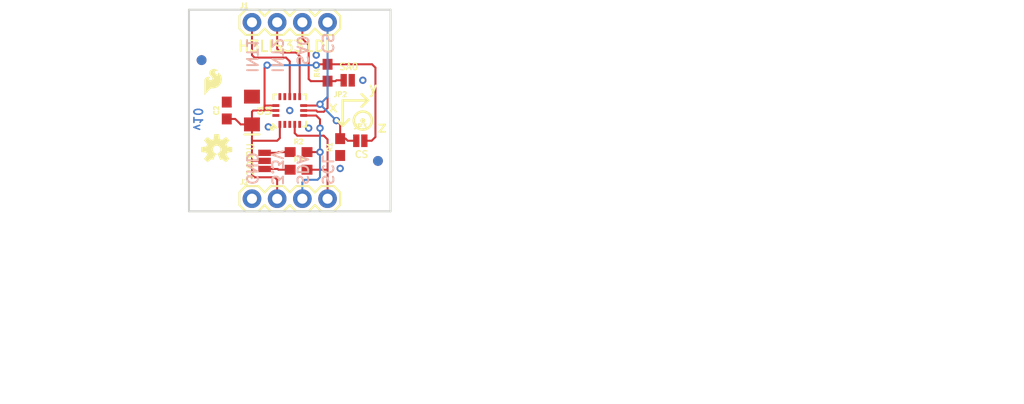
<source format=kicad_pcb>
(kicad_pcb (version 20211014) (generator pcbnew)
  (layers (0 "F.Cu" signal) (1 "In1.Cu" signal) (2 "In2.Cu" signal) (31 "B.Cu" signal) (34 "B.Paste" user) (35 "F.Paste" user) (36 "B.SilkS" user "B.Silkscreen") (37 "F.SilkS" user "F.Silkscreen") (38 "B.Mask" user) (39 "F.Mask" user) (44 "Edge.Cuts" user))
  (net 0 "")
  (net 1 "CS")
  (net 2 "INT1")
  (net 3 "INT2")
  (net 4 "SDA")
  (net 5 "SCL")
  (net 6 "GND")
  (net 7 "SA0")
  (net 8 "3.3V")
  (net 9 "N$1")
  (net 10 "N$2")
  (footprint "boardEagle:STAND-OFF" (layer "F.Cu") (at 140.8811 97.3836)
    (fp_text reference "JP11" hide)
    (fp_text value "STAND-OFF" hide)
    (pad "" np_thru_hole circle (at 0 0) (size 3.302 3.302) (drill 3.302) (layers *.Cu *.Mask))
  )
  (footprint "boardEagle:0603" (layer "F.Cu") (at 152.3111 101.1936 90)
    (fp_text reference "R4" (at 0 -0.762 90) (layer "F.SilkS") (effects (font (size 0.48768 0.48768) (thickness 0.12192)) (justify bottom)))
    (fp_text value "10k")
    (pad "1" smd rect (at -0.85 0 90) (size 1.1 1) (layers "F.Cu" "F.Paste" "F.Mask") (net 7 "SA0"))
    (pad "2" smd rect (at 0.85 0 90) (size 1.1 1) (layers "F.Cu" "F.Paste" "F.Mask") (net 8 "3.3V"))
  )
  (footprint "boardEagle:0603" (layer "F.Cu") (at 142.1511 105.0036 90)
    (fp_text reference "C2" (at 0 -0.762 90) (layer "F.SilkS") (effects (font (size 0.48768 0.48768) (thickness 0.12192)) (justify bottom)))
    (fp_text value "0.1uF")
    (pad "1" smd rect (at -0.85 0 90) (size 1.1 1) (layers "F.Cu" "F.Paste" "F.Mask") (net 8 "3.3V"))
    (pad "2" smd rect (at 0.85 0 90) (size 1.1 1) (layers "F.Cu" "F.Paste" "F.Mask") (net 6 "GND"))
  )
  (footprint "boardEagle:EIA3216" (layer "F.Cu") (at 144.6911 105.0036 -90)
    (fp_text reference "C1" (at 0 -1.143 -90) (layer "F.SilkS") (effects (font (size 0.48768 0.48768) (thickness 0.12192)) (justify bottom)))
    (fp_text value "10uF")
    (fp_line (start 2.413 -0.762) (end 2.413 0.762) (layer "F.SilkS") (width 0.2032))
    (pad "+" smd rect (at 1.4 0) (size 1.6 1.4) (layers "F.Cu" "F.Paste" "F.Mask") (net 8 "3.3V"))
    (pad "-" smd rect (at -1.4 0) (size 1.6 1.4) (layers "F.Cu" "F.Paste" "F.Mask") (net 6 "GND"))
  )
  (footprint "boardEagle:SMT-JUMPER_3_2-NC_PASTE_NO-SILK" (layer "F.Cu") (at 145.9611 110.0836 90)
    (fp_text reference "JP1" (at 0 -1.143 90) (layer "F.SilkS") (effects (font (size 0.48768 0.48768) (thickness 0.12192)) (justify bottom)))
    (fp_text value "JUMPER-SMT_3_2-NC_PASTE_NO-SILK")
    (pad "1" smd rect (at -0.8128 0 90) (size 0.635 1.27) (layers "F.Cu" "F.Mask") (net 9 "N$1"))
    (pad "2" smd rect (at 0 0 90) (size 0.635 1.27) (layers "F.Cu" "F.Mask") (net 8 "3.3V"))
    (pad "3" smd rect (at 0.8128 0 90) (size 0.635 1.27) (layers "F.Cu" "F.Mask") (net 10 "N$2"))
  )
  (footprint "boardEagle:SMT-JUMPER_2_NC_PASTE_NO-SILK" (layer "F.Cu") (at 155.6131 108.0516)
    (fp_text reference "JP3" (at 0 -1.143) (layer "F.SilkS") (effects (font (size 0.48768 0.48768) (thickness 0.12192)) (justify bottom)))
    (fp_text value "JUMPER-SMT_2_NC_PASTE_NO-SILK")
    (pad "1" smd rect (at -0.4064 0) (size 0.635 1.27) (layers "F.Cu" "F.Mask") (net 1 "CS"))
    (pad "2" smd rect (at 0.4064 0) (size 0.635 1.27) (layers "F.Cu" "F.Mask") (net 8 "3.3V"))
  )
  (footprint "boardEagle:1X04" (layer "F.Cu") (at 144.6911 96.1136)
    (fp_text reference "J1" (at -1.27 -1.397) (layer "F.SilkS") (effects (font (size 0.48768 0.48768) (thickness 0.12192)) (justify left bottom)))
    (fp_text value "")
    (fp_line (start 3.81 0.635) (end 3.175 1.27) (layer "F.SilkS") (width 0.2032))
    (fp_line (start 1.905 1.27) (end 1.27 0.635) (layer "F.SilkS") (width 0.2032))
    (fp_line (start 3.175 1.27) (end 1.905 1.27) (layer "F.SilkS") (width 0.2032))
    (fp_line (start 8.255 1.27) (end 6.985 1.27) (layer "F.SilkS") (width 0.2032))
    (fp_line (start 1.905 -1.27) (end 3.175 -1.27) (layer "F.SilkS") (width 0.2032))
    (fp_line (start 8.89 0.635) (end 8.255 1.27) (layer "F.SilkS") (width 0.2032))
    (fp_line (start 1.27 0.635) (end 0.635 1.27) (layer "F.SilkS") (width 0.2032))
    (fp_line (start 0.635 -1.27) (end 1.27 -0.635) (layer "F.SilkS") (width 0.2032))
    (fp_line (start 6.985 -1.27) (end 6.35 -0.635) (layer "F.SilkS") (width 0.2032))
    (fp_line (start 4.445 -1.27) (end 5.715 -1.27) (layer "F.SilkS") (width 0.2032))
    (fp_line (start 6.985 -1.27) (end 8.255 -1.27) (layer "F.SilkS") (width 0.2032))
    (fp_line (start 5.715 -1.27) (end 6.35 -0.635) (layer "F.SilkS") (width 0.2032))
    (fp_line (start 6.35 0.635) (end 5.715 1.27) (layer "F.SilkS") (width 0.2032))
    (fp_line (start 8.255 -1.27) (end 8.89 -0.635) (layer "F.SilkS") (width 0.2032))
    (fp_line (start 5.715 1.27) (end 4.445 1.27) (layer "F.SilkS") (width 0.2032))
    (fp_line (start 0.635 1.27) (end -0.635 1.27) (layer "F.SilkS") (width 0.2032))
    (fp_line (start 6.35 0.635) (end 6.985 1.27) (layer "F.SilkS") (width 0.2032))
    (fp_line (start 4.445 1.27) (end 3.81 0.635) (layer "F.SilkS") (width 0.2032))
    (fp_line (start 3.81 -0.635) (end 4.445 -1.27) (layer "F.SilkS") (width 0.2032))
    (fp_line (start -1.27 0.635) (end -0.635 1.27) (layer "F.SilkS") (width 0.2032))
    (fp_line (start 8.89 -0.635) (end 8.89 0.635) (layer "F.SilkS") (width 0.2032))
    (fp_line (start -0.635 -1.27) (end -1.27 -0.635) (layer "F.SilkS") (width 0.2032))
    (fp_line (start 1.27 -0.635) (end 1.905 -1.27) (layer "F.SilkS") (width 0.2032))
    (fp_line (start -0.635 -1.27) (end 0.635 -1.27) (layer "F.SilkS") (width 0.2032))
    (fp_line (start 3.175 -1.27) (end 3.81 -0.635) (layer "F.SilkS") (width 0.2032))
    (fp_line (start -1.27 -0.635) (end -1.27 0.635) (layer "F.SilkS") (width 0.2032))
    (pad "1" thru_hole circle (at 0 0 90) (size 1.8796 1.8796) (drill 1.016) (layers *.Cu *.Mask) (net 2 "INT1"))
    (pad "2" thru_hole circle (at 2.54 0 90) (size 1.8796 1.8796) (drill 1.016) (layers *.Cu *.Mask) (net 3 "INT2"))
    (pad "3" thru_hole circle (at 5.08 0 90) (size 1.8796 1.8796) (drill 1.016) (layers *.Cu *.Mask) (net 7 "SA0"))
    (pad "4" thru_hole circle (at 7.62 0 90) (size 1.8796 1.8796) (drill 1.016) (layers *.Cu *.Mask) (net 1 "CS"))
  )
  (footprint "boardEagle:FIDUCIAL-1X2" (layer "F.Cu") (at 139.6111 99.9236)
    (fp_text reference "JP4" hide)
    (fp_text value "FIDUCIAL1X2" hide)
    (pad "1" smd roundrect (at 0 0) (size 1 1) (layers "F.Cu" "F.Mask") (roundrect_rratio 0.5))
  )
  (footprint "boardEagle:STAND-OFF" (layer "F.Cu") (at 140.8811 112.6236)
    (fp_text reference "JP9" hide)
    (fp_text value "STAND-OFF" hide)
    (pad "" np_thru_hole circle (at 0 0) (size 3.302 3.302) (drill 3.302) (layers *.Cu *.Mask))
  )
  (footprint "boardEagle:SFE_LOGO_FLAME_.1" (layer "F.Cu") (at 139.6111 103.7336)
    (fp_text reference "LOGO1" hide)
    (fp_text value "SFE_LOGO_FLAME.1_INCH" hide)
    (fp_poly (pts (xy 1.412844 -2.906175) (xy 1.560112 -2.832541) (xy 1.605026 -2.798855) (xy 1.681982 -2.7219) (xy 1.571006 -2.7219) (xy 1.551005 -2.7319) (xy 1.504689 -2.7319) (xy 1.468361 -2.722818) (xy 1.422477 -2.713641) (xy 1.39011 -2.697457) (xy 1.358081 -2.673436) (xy 1.343019 -2.650843) (xy 1.335288 -2.635381) (xy 1.3281 -2.613817) (xy 1.3281 -2.564689) (xy 1.335361 -2.535643) (xy 1.369607 -2.484275) (xy 1.425028 -2.428854) (xy 1.462016 -2.401113) (xy 1.489157 -2.383019) (xy 1.523301 -2.365947) (xy 1.594689 -2.3481) (xy 1.613817 -2.3481) (xy 1.629419 -2.353301) (xy 1.648687 -2.372569) (xy 1.654712 -2.384619) (xy 1.6619 -2.406183) (xy 1.6619 -2.558742) (xy 1.804838 -2.469406) (xy 1.890505 -2.373031) (xy 1.964662 -2.256498) (xy 2.016968 -2.099579) (xy 2.048309 -1.932428) (xy 2.037811 -1.753974) (xy 1.985628 -1.555678) (xy 1.881878 -1.368928) (xy 1.808618 -1.274737) (xy 1.726044 -1.192162) (xy 1.642524 -1.119083) (xy 1.536984 -1.055759) (xy 1.432127 -1.013816) (xy 1.318165 -0.982735) (xy 1.193153 -0.9619) (xy 1.003156 -0.9619) (xy 0.953397 -0.953607) (xy 0.863627 -0.899745) (xy 0.767974 -0.804092) (xy 0.647975 -0.664094) (xy 0.528159 -0.544277) (xy 0.478163 -0.484281) (xy 0.430255 -0.436373) (xy 0.400257 -0.386376) (xy 0.2819 -0.268018) (xy 0.2819 -1.732372) (xy 0.292559 -1.817641) (xy 0.314746 -1.895296) (xy 0.380852 -2.005474) (xy 0.436664 -2.050123) (xy 0.481171 -2.083503) (xy 0.539098 -2.106674) (xy 0.59313 -2.117481) (xy 0.656847 -2.1281) (xy 0.788994 -2.1281) (xy 0.884319 -2.080438) (xy 0.832569 -2.028687) (xy 0.784617 -2.004711) (xy 0.760581 -1.996699) (xy 0.713301 -1.949419) (xy 0.7081 -1.933817) (xy 0.7081 -1.906183) (xy 0.714532 -1.886888) (xy 0.729607 -1.864275) (xy 0.781412 -1.81247) (xy 0.820903 -1.796674) (xy 0.863772 -1.7881) (xy 0.935311 -1.7881) (xy 1.004357 -1.805361) (xy 1.053944 -1.83842) (xy 1.086004 -1.878495) (xy 1.1019 -1.926183) (xy 1.1019 -1.983091) (xy 1.077224 -2.048894) (xy 1.012268 -2.113851) (xy 0.931425 -2.204799) (xy 0.858661 -2.287958) (xy 0.804008 -2.386334) (xy 0.7819 -2.485818) (xy 0.7819 -2.576183) (xy 0.815289 -2.676349) (xy 0.871274 -2.765925) (xy 0.969046 -2.84197) (xy 1.087145 -2.906387) (xy 1.206565 -2.9281) (xy 1.314182 -2.9281)) (layer "F.SilkS") (width 0) (fill solid))
  )
  (footprint "boardEagle:0603" (layer "F.Cu") (at 149.3901 110.9726)
    (fp_text reference "R3" (at 0 -0.762) (layer "F.SilkS") (effects (font (size 0.48768 0.48768) (thickness 0.12192)) (justify bottom)))
    (fp_text value "4.7k")
    (pad "1" smd rect (at -0.85 0) (size 1.1 1) (layers "F.Cu" "F.Paste" "F.Mask") (net 9 "N$1"))
    (pad "2" smd rect (at 0.85 0) (size 1.1 1) (layers "F.Cu" "F.Paste" "F.Mask") (net 5 "SCL"))
  )
  (footprint "boardEagle:STAND-OFF" (layer "F.Cu") (at 156.1211 112.6236)
    (fp_text reference "JP8" hide)
    (fp_text value "STAND-OFF" hide)
    (pad "" np_thru_hole circle (at 0 0) (size 3.302 3.302) (drill 3.302) (layers *.Cu *.Mask))
  )
  (footprint "boardEagle:CREATIVE_COMMONS" (layer "F.Cu") (at 139.6111 134.2136)
    (fp_text reference "FRAME1" hide)
    (fp_text value "FRAME-LETTER" hide)
  )
  (footprint "boardEagle:0603" (layer "F.Cu") (at 149.3901 109.1946)
    (fp_text reference "R2" (at 0 -0.762) (layer "F.SilkS") (effects (font (size 0.48768 0.48768) (thickness 0.12192)) (justify bottom)))
    (fp_text value "4.7k")
    (pad "1" smd rect (at -0.85 0) (size 1.1 1) (layers "F.Cu" "F.Paste" "F.Mask") (net 10 "N$2"))
    (pad "2" smd rect (at 0.85 0) (size 1.1 1) (layers "F.Cu" "F.Paste" "F.Mask") (net 4 "SDA"))
  )
  (footprint "boardEagle:FIDUCIAL-1X2" (layer "F.Cu") (at 157.3911 110.0836)
    (fp_text reference "JP6" hide)
    (fp_text value "FIDUCIAL1X2" hide)
    (pad "1" smd roundrect (at 0 0) (size 1 1) (layers "F.Cu" "F.Mask") (roundrect_rratio 0.5))
  )
  (footprint "boardEagle:LGA-16-3X3" (layer "F.Cu") (at 148.5011 105.0036 90)
    (fp_text reference "U1" (at 0 -1.905 90) (layer "F.SilkS") (effects (font (size 0.48768 0.48768) (thickness 0.12192)) (justify bottom)))
    (fp_text value "H3LIS331DL")
    (fp_line (start -1.627 1.6524) (end -1.119 1.6524) (layer "F.SilkS") (width 0.2032))
    (fp_line (start 1.6242 -1.6496) (end 1.6242 -1.3694) (layer "F.SilkS") (width 0.2032))
    (fp_line (start 1.6242 1.3722) (end 1.6242 1.6524) (layer "F.SilkS") (width 0.2032))
    (fp_line (start 1.1162 1.6524) (end 1.6242 1.6524) (layer "F.SilkS") (width 0.2032))
    (fp_line (start -1.627 1.3722) (end -1.627 1.6524) (layer "F.SilkS") (width 0.2032))
    (fp_line (start -1.7278 -1.3694) (end -1.3722 -1.725) (layer "F.SilkS") (width 0.2032))
    (fp_line (start 1.1162 -1.6496) (end 1.6242 -1.6496) (layer "F.SilkS") (width 0.2032))
    (fp_circle (center -1.778 -1.778) (end -1.651 -1.778) (layer "F.SilkS") (width 0.254) (fill solid))
    (pad "1" smd rect (at -1.4 -1 270) (size 0.7 0.28) (layers "F.Cu" "F.Paste" "F.Mask") (net 8 "3.3V"))
    (pad "2" smd rect (at -1.4 -0.5 90) (size 0.7 0.28) (layers "F.Cu" "F.Paste" "F.Mask"))
    (pad "3" smd rect (at -1.4 0 90) (size 0.7 0.28) (layers "F.Cu" "F.Paste" "F.Mask"))
    (pad "4" smd rect (at -1.4 0.5 90) (size 0.7 0.28) (layers "F.Cu" "F.Paste" "F.Mask") (net 5 "SCL"))
    (pad "5" smd rect (at -1.4 1 270) (size 0.7 0.28) (layers "F.Cu" "F.Paste" "F.Mask") (net 6 "GND"))
    (pad "6" smd rect (at -0.5 1.4 180) (size 0.7 0.28) (layers "F.Cu" "F.Paste" "F.Mask") (net 4 "SDA"))
    (pad "7" smd rect (at 0 1.4 180) (size 0.7 0.28) (layers "F.Cu" "F.Paste" "F.Mask") (net 7 "SA0"))
    (pad "8" smd rect (at 0.5 1.4 180) (size 0.7 0.28) (layers "F.Cu" "F.Paste" "F.Mask") (net 1 "CS"))
    (pad "9" smd rect (at 1.4 1 270) (size 0.7 0.28) (layers "F.Cu" "F.Paste" "F.Mask") (net 3 "INT2"))
    (pad "10" smd rect (at 1.4 0.5 270) (size 0.7 0.28) (layers "F.Cu" "F.Paste" "F.Mask") (net 6 "GND"))
    (pad "11" smd rect (at 1.4 0 270) (size 0.7 0.28) (layers "F.Cu" "F.Paste" "F.Mask") (net 2 "INT1"))
    (pad "12" smd rect (at 1.4 -0.5 270) (size 0.7 0.28) (layers "F.Cu" "F.Paste" "F.Mask") (net 6 "GND"))
    (pad "13" smd rect (at 1.4 -1 270) (size 0.7 0.28) (layers "F.Cu" "F.Paste" "F.Mask") (net 6 "GND"))
    (pad "14" smd rect (at 0.5 -1.4) (size 0.7 0.28) (layers "F.Cu" "F.Paste" "F.Mask") (net 8 "3.3V"))
    (pad "15" smd rect (at 0 -1.4) (size 0.7 0.28) (layers "F.Cu" "F.Paste" "F.Mask") (net 8 "3.3V"))
    (pad "16" smd rect (at -0.5 -1.4) (size 0.7 0.28) (layers "F.Cu" "F.Paste" "F.Mask") (net 6 "GND"))
  )
  (footprint "boardEagle:OSHW-LOGO-S" (layer "F.Cu") (at 141.1351 108.9406)
    (fp_text reference "LOGO2" hide)
    (fp_text value "OSHW-LOGOS" hide)
    (fp_poly (pts (xy 0.301647 -1.061351) (xy 0.42347 -1.022344) (xy 0.537177 -0.963769) (xy 0.92862 -1.282946) (xy 1.282946 -0.92862) (xy 0.961035 -0.533823) (xy 1.057046 -0.302084) (xy 1.5638 -0.250561) (xy 1.5638 0.250561) (xy 1.057046 0.302084) (xy 0.961035 0.533823) (xy 1.282946 0.92862) (xy 0.92862 1.282946) (xy 0.537177 0.96377) (xy 0.356601 1.056794) (xy 0.088679 0.410073) (xy 0.326262 0.2176) (xy 0.373649 0.121468) (xy 0.392729 0.010339) (xy 0.379464 -0.101634) (xy 0.334947 -0.205229) (xy 0.262842 -0.291918) (xy 0.169087 -0.354561) (xy 0.061406 -0.387999) (xy -0.051342 -0.38948) (xy -0.159868 -0.358881) (xy -0.255234 -0.298724) (xy -0.329589 -0.213962) (xy -0.376813 -0.111569) (xy -0.392176 -0.005767) (xy -0.322923 0.222565) (xy -0.249312 0.303773) (xy 0.091677 0.5081) (xy -0.12929 0.5081) (xy -0.355332 1.053732) (xy -0.506597 0.983577) (xy -0.538922 0.965192) (xy -0.92862 1.282946) (xy -1.282946 0.92862) (xy -0.961035 0.533823) (xy -1.057046 0.302084) (xy -1.5638 0.250561) (xy -1.5638 -0.250561) (xy -1.057046 -0.302084) (xy -0.961035 -0.533823) (xy -1.282946 -0.92862) (xy -0.92862 -1.282946) (xy -0.533823 -0.961035) (xy -0.302084 -1.057046) (xy -0.250561 -1.5638) (xy 0.250561 -1.5638)) (layer "F.SilkS") (width 0) (fill solid))
  )
  (footprint "boardEagle:0603" (layer "F.Cu") (at 153.5811 108.6866 90)
    (fp_text reference "R1" (at 0 -0.762 90) (layer "F.SilkS") (effects (font (size 0.48768 0.48768) (thickness 0.12192)) (justify bottom)))
    (fp_text value "10k")
    (pad "1" smd rect (at -0.85 0 90) (size 1.1 1) (layers "F.Cu" "F.Paste" "F.Mask") (net 6 "GND"))
    (pad "2" smd rect (at 0.85 0 90) (size 1.1 1) (layers "F.Cu" "F.Paste" "F.Mask") (net 1 "CS"))
  )
  (footprint "boardEagle:SMT-JUMPER_2_NO_NO-SILK" (layer "F.Cu") (at 154.3431 101.9556 180)
    (fp_text reference "JP2" (at 0 -1.143 180) (layer "F.SilkS") (effects (font (size 0.48768 0.48768) (thickness 0.12192)) (justify right top)))
    (fp_text value "JUMPER-SMT_2_NO_NO-SILK")
    (pad "1" smd rect (at -0.4064 0 180) (size 0.635 1.27) (layers "F.Cu" "F.Mask") (net 6 "GND"))
    (pad "2" smd rect (at 0.4064 0 180) (size 0.635 1.27) (layers "F.Cu" "F.Mask") (net 7 "SA0"))
  )
  (footprint "boardEagle:1X04" (layer "F.Cu") (at 144.6911 113.8936)
    (fp_text reference "J2" (at -1.27 -1.397) (layer "F.SilkS") (effects (font (size 0.48768 0.48768) (thickness 0.12192)) (justify left bottom)))
    (fp_text value "")
    (fp_line (start 4.445 -1.27) (end 5.715 -1.27) (layer "F.SilkS") (width 0.2032))
    (fp_line (start 0.635 -1.27) (end 1.27 -0.635) (layer "F.SilkS") (width 0.2032))
    (fp_line (start 1.27 -0.635) (end 1.905 -1.27) (layer "F.SilkS") (width 0.2032))
    (fp_line (start 6.985 -1.27) (end 6.35 -0.635) (layer "F.SilkS") (width 0.2032))
    (fp_line (start 0.635 1.27) (end -0.635 1.27) (layer "F.SilkS") (width 0.2032))
    (fp_line (start 6.35 0.635) (end 6.985 1.27) (layer "F.SilkS") (width 0.2032))
    (fp_line (start 3.81 0.635) (end 3.175 1.27) (layer "F.SilkS") (width 0.2032))
    (fp_line (start 5.715 1.27) (end 4.445 1.27) (layer "F.SilkS") (width 0.2032))
    (fp_line (start 1.27 0.635) (end 0.635 1.27) (layer "F.SilkS") (width 0.2032))
    (fp_line (start -1.27 0.635) (end -0.635 1.27) (layer "F.SilkS") (width 0.2032))
    (fp_line (start 3.175 -1.27) (end 3.81 -0.635) (layer "F.SilkS") (width 0.2032))
    (fp_line (start 8.255 -1.27) (end 8.89 -0.635) (layer "F.SilkS") (width 0.2032))
    (fp_line (start 1.905 1.27) (end 1.27 0.635) (layer "F.SilkS") (width 0.2032))
    (fp_line (start 8.255 1.27) (end 6.985 1.27) (layer "F.SilkS") (width 0.2032))
    (fp_line (start 3.175 1.27) (end 1.905 1.27) (layer "F.SilkS") (width 0.2032))
    (fp_line (start 8.89 -0.635) (end 8.89 0.635) (layer "F.SilkS") (width 0.2032))
    (fp_line (start -0.635 -1.27) (end -1.27 -0.635) (layer "F.SilkS") (width 0.2032))
    (fp_line (start 4.445 1.27) (end 3.81 0.635) (layer "F.SilkS") (width 0.2032))
    (fp_line (start 6.35 0.635) (end 5.715 1.27) (layer "F.SilkS") (width 0.2032))
    (fp_line (start -1.27 -0.635) (end -1.27 0.635) (layer "F.SilkS") (width 0.2032))
    (fp_line (start 3.81 -0.635) (end 4.445 -1.27) (layer "F.SilkS") (width 0.2032))
    (fp_line (start 5.715 -1.27) (end 6.35 -0.635) (layer "F.SilkS") (width 0.2032))
    (fp_line (start 1.905 -1.27) (end 3.175 -1.27) (layer "F.SilkS") (width 0.2032))
    (fp_line (start 6.985 -1.27) (end 8.255 -1.27) (layer "F.SilkS") (width 0.2032))
    (fp_line (start 8.89 0.635) (end 8.255 1.27) (layer "F.SilkS") (width 0.2032))
    (fp_line (start -0.635 -1.27) (end 0.635 -1.27) (layer "F.SilkS") (width 0.2032))
    (pad "1" thru_hole circle (at 0 0 90) (size 1.8796 1.8796) (drill 1.016) (layers *.Cu *.Mask) (net 6 "GND"))
    (pad "2" thru_hole circle (at 2.54 0 90) (size 1.8796 1.8796) (drill 1.016) (layers *.Cu *.Mask) (net 8 "3.3V"))
    (pad "3" thru_hole circle (at 5.08 0 90) (size 1.8796 1.8796) (drill 1.016) (layers *.Cu *.Mask) (net 4 "SDA"))
    (pad "4" thru_hole circle (at 7.62 0 90) (size 1.8796 1.8796) (drill 1.016) (layers *.Cu *.Mask) (net 5 "SCL"))
  )
  (footprint "boardEagle:STAND-OFF" (layer "F.Cu") (at 156.1211 97.3836)
    (fp_text reference "JP10" hide)
    (fp_text value "STAND-OFF" hide)
    (pad "" np_thru_hole circle (at 0 0) (size 3.302 3.302) (drill 3.302) (layers *.Cu *.Mask))
  )
  (footprint "boardEagle:FIDUCIAL-1X2" (layer "B.Cu") (at 157.3911 110.0836 180)
    (fp_text reference "JP7" hide)
    (fp_text value "FIDUCIAL1X2" hide)
    (pad "1" smd roundrect (at 0 0 180) (size 1 1) (layers "B.Cu" "B.Mask") (roundrect_rratio 0.5))
  )
  (footprint "boardEagle:FIDUCIAL-1X2" (layer "B.Cu") (at 139.6111 99.9236 180)
    (fp_text reference "JP5" hide)
    (fp_text value "FIDUCIAL1X2" hide)
    (pad "1" smd roundrect (at 0 0 180) (size 1 1) (layers "B.Cu" "B.Mask") (roundrect_rratio 0.5))
  )
  (gr_circle (center 155.8671 106.0196) (end 156.7829 106.0196) (layer "F.SilkS") (width 0.254) (fill none))
  (gr_line (start 156.3751 103.9876) (end 155.7401 103.3526) (layer "F.SilkS") (width 0.254))
  (gr_line (start 153.8351 103.9876) (end 153.8351 106.5276) (layer "F.SilkS") (width 0.254))
  (gr_line (start 153.8351 103.9876) (end 156.3751 103.9876) (layer "F.SilkS") (width 0.254))
  (gr_line (start 153.8351 106.5276) (end 154.4701 105.8926) (layer "F.SilkS") (width 0.254))
  (gr_line (start 155.7401 104.6226) (end 156.3751 103.9876) (layer "F.SilkS") (width 0.254))
  (gr_circle (center 155.8671 106.0196) (end 155.9941 106.0196) (layer "F.SilkS") (width 0.254) (fill none))
  (gr_line (start 158.6611 115.1636) (end 158.6611 94.8436) (layer "F.SilkS") (width 0.2032))
  (gr_line (start 153.2001 105.8926) (end 153.8351 106.5276) (layer "F.SilkS") (width 0.254))
  (gr_line (start 138.3411 94.8436) (end 138.3411 115.1636) (layer "Edge.Cuts") (width 0.2032))
  (gr_line (start 138.3411 115.1636) (end 158.6611 115.1636) (layer "Edge.Cuts") (width 0.2032))
  (gr_line (start 158.6611 94.8436) (end 138.3411 94.8436) (layer "Edge.Cuts") (width 0.2032))
  (gr_line (start 158.6611 94.8436) (end 158.6611 115.1636) (layer "Edge.Cuts") (width 0.2032))
  (gr_text "v10" (at 139.7381 104.6226 -90) (layer "B.Cu") (effects (font (size 0.8636 0.8636) (thickness 0.1524)) (justify right top mirror)))
  (gr_text "SCL" (at 151.6761 112.6236 -90) (layer "B.SilkS") (effects (font (size 1.0795 1.0795) (thickness 0.1905)) (justify left bottom mirror)))
  (gr_text "CS" (at 151.6761 99.4156 -90) (layer "B.SilkS") (effects (font (size 1.0795 1.0795) (thickness 0.1905)) (justify left bottom mirror)))
  (gr_text "3.3V" (at 146.5961 112.6236 -90) (layer "B.SilkS") (effects (font (size 1.0795 1.0795) (thickness 0.1905)) (justify left bottom mirror)))
  (gr_text "SA0" (at 149.1361 100.5586 -90) (layer "B.SilkS") (effects (font (size 1.0795 1.0795) (thickness 0.1905)) (justify left bottom mirror)))
  (gr_text "INT1" (at 144.0561 101.3206 -90) (layer "B.SilkS") (effects (font (size 1.0795 1.0795) (thickness 0.1905)) (justify left bottom mirror)))
  (gr_text "SDA" (at 149.1361 112.6236 -90) (layer "B.SilkS") (effects (font (size 1.0795 1.0795) (thickness 0.1905)) (justify left bottom mirror)))
  (gr_text "INT2" (at 146.5961 101.3206 -90) (layer "B.SilkS") (effects (font (size 1.0795 1.0795) (thickness 0.1905)) (justify left bottom mirror)))
  (gr_text "GND" (at 144.0561 112.6236 -90) (layer "B.SilkS") (effects (font (size 1.0795 1.0795) (thickness 0.1905)) (justify left bottom mirror)))
  (gr_text "CS" (at 154.9781 109.8296) (layer "F.SilkS") (effects (font (size 0.69088 0.69088) (thickness 0.12192)) (justify left bottom)))
  (gr_text "x" (at 152.3111 105.2576) (layer "F.SilkS") (effects (font (size 1.0795 1.0795) (thickness 0.1905)) (justify left bottom)))
  (gr_text "SA0" (at 155.4861 100.1776) (layer "F.SilkS") (effects (font (size 0.69088 0.69088) (thickness 0.12192)) (justify right top)))
  (gr_text "y" (at 156.3751 103.3526) (layer "F.SilkS") (effects (font (size 1.0795 1.0795) (thickness 0.1905)) (justify left bottom)))
  (gr_text "z" (at 157.2641 107.2896) (layer "F.SilkS") (effects (font (size 1.0795 1.0795) (thickness 0.1905)) (justify left bottom)))
  (gr_text "H3LIS331DL" (at 143.1671 99.1616) (layer "F.SilkS") (effects (font (size 1.0795 1.0795) (thickness 0.1905)) (justify left bottom)))
  (gr_text "I2C PU" (at 144.9451 111.9886 90) (layer "F.SilkS") (effects (font (size 0.69088 0.69088) (thickness 0.12192)) (justify left bottom)))
  (segment (start 154.1281 107.8366) (end 154.3431 108.0516) (width 0.2032) (layer "F.Cu") (net 1))
  (segment (start 151.4141 104.5036) (end 151.5491 104.3686) (width 0.2032) (layer "F.Cu") (net 1))
  (segment (start 153.5811 106.4006) (end 153.2001 106.0196) (width 0.2032) (layer "F.Cu") (net 1))
  (segment (start 153.5811 107.8366) (end 153.5811 106.4006) (width 0.2032) (layer "F.Cu") (net 1))
  (segment (start 149.9011 104.5036) (end 151.4141 104.5036) (width 0.2032) (layer "F.Cu") (net 1))
  (segment (start 155.2067 108.0516) (end 154.3431 108.0516) (width 0.2032) (layer "F.Cu") (net 1))
  (segment (start 153.5811 107.8366) (end 154.1281 107.8366) (width 0.2032) (layer "F.Cu") (net 1))
  (via (at 153.2001 106.0196) (size 0.7366) (drill 0.381) (layers "F.Cu" "B.Cu") (net 1))
  (via (at 151.5491 104.3686) (size 0.7366) (drill 0.381) (layers "F.Cu" "B.Cu") (net 1))
  (segment (start 151.5491 104.3686) (end 152.3111 103.6066) (width 0.2032) (layer "B.Cu") (net 1))
  (segment (start 152.3111 103.6066) (end 152.3111 96.1136) (width 0.2032) (layer "B.Cu") (net 1))
  (segment (start 153.2001 106.0196) (end 151.5491 104.3686) (width 0.2032) (layer "B.Cu") (net 1))
  (segment (start 144.9451 99.6696) (end 144.6911 99.4156) (width 0.2032) (layer "F.Cu") (net 2))
  (segment (start 148.5011 100.0506) (end 148.1201 99.6696) (width 0.2032) (layer "F.Cu") (net 2))
  (segment (start 148.1201 99.6696) (end 144.9451 99.6696) (width 0.2032) (layer "F.Cu") (net 2))
  (segment (start 144.6911 99.4156) (end 144.6911 96.1136) (width 0.2032) (layer "F.Cu") (net 2))
  (segment (start 148.5011 103.6036) (end 148.5011 100.0506) (width 0.2032) (layer "F.Cu") (net 2))
  (segment (start 147.2311 98.7806) (end 147.2311 96.1136) (width 0.2032) (layer "F.Cu") (net 3))
  (segment (start 149.1361 99.1616) (end 147.6121 99.1616) (width 0.2032) (layer "F.Cu") (net 3))
  (segment (start 149.5011 99.5266) (end 149.1361 99.1616) (width 0.2032) (layer "F.Cu") (net 3))
  (segment (start 149.5011 103.6036) (end 149.5011 99.5266) (width 0.2032) (layer "F.Cu") (net 3))
  (segment (start 147.6121 99.1616) (end 147.2311 98.7806) (width 0.2032) (layer "F.Cu") (net 3))
  (segment (start 151.5491 105.8926) (end 151.1681 105.5116) (width 0.2032) (layer "F.Cu") (net 4))
  (segment (start 151.1681 105.5116) (end 149.9091 105.5116) (width 0.2032) (layer "F.Cu") (net 4))
  (segment (start 149.9091 105.5116) (end 149.9011 105.5036) (width 0.2032) (layer "F.Cu") (net 4))
  (segment (start 151.5491 106.7816) (end 151.5491 105.8926) (width 0.2032) (layer "F.Cu") (net 4))
  (segment (start 151.5491 109.1946) (end 150.2401 109.1946) (width 0.2032) (layer "F.Cu") (net 4))
  (via (at 151.5491 106.7816) (size 0.7366) (drill 0.381) (layers "F.Cu" "B.Cu") (net 4))
  (via (at 151.5491 109.1946) (size 0.7366) (drill 0.381) (layers "F.Cu" "B.Cu") (net 4))
  (segment (start 151.2951 111.9886) (end 151.5491 111.7346) (width 0.2032) (layer "B.Cu") (net 4))
  (segment (start 151.5491 109.1946) (end 151.5491 106.7816) (width 0.2032) (layer "B.Cu") (net 4))
  (segment (start 149.7711 113.8936) (end 149.7711 112.2426) (width 0.2032) (layer "B.Cu") (net 4))
  (segment (start 150.0251 111.9886) (end 151.2951 111.9886) (width 0.2032) (layer "B.Cu") (net 4))
  (segment (start 149.7711 112.2426) (end 150.0251 111.9886) (width 0.2032) (layer "B.Cu") (net 4))
  (segment (start 151.5491 111.7346) (end 151.5491 109.1946) (width 0.2032) (layer "B.Cu") (net 4))
  (segment (start 149.0011 106.4036) (end 149.0011 107.2816) (width 0.2032) (layer "F.Cu") (net 5))
  (segment (start 149.2631 107.5436) (end 149.0011 107.2816) (width 0.2032) (layer "F.Cu") (net 5))
  (segment (start 152.3111 107.9246) (end 151.9301 107.5436) (width 0.2032) (layer "F.Cu") (net 5))
  (segment (start 150.2401 110.9726) (end 152.3111 110.9726) (width 0.2032) (layer "F.Cu") (net 5))
  (segment (start 151.9301 107.5436) (end 149.2631 107.5436) (width 0.2032) (layer "F.Cu") (net 5))
  (segment (start 152.3111 110.9726) (end 152.3111 107.9246) (width 0.2032) (layer "F.Cu") (net 5))
  (segment (start 152.3111 113.8936) (end 152.3111 110.9726) (width 0.2032) (layer "F.Cu") (net 5))
  (via (at 146.3421 106.6546) (size 0.7366) (drill 0.381) (layers "F.Cu" "B.Cu") (net 6))
  (via (at 153.5811 110.8456) (size 0.7366) (drill 0.381) (layers "F.Cu" "B.Cu") (net 6))
  (via (at 155.8671 101.9556) (size 0.7366) (drill 0.381) (layers "F.Cu" "B.Cu") (net 6))
  (via (at 150.4061 106.7816) (size 0.7366) (drill 0.381) (layers "F.Cu" "B.Cu") (net 6))
  (via (at 151.1681 99.4156) (size 0.7366) (drill 0.381) (layers "F.Cu" "B.Cu") (net 6))
  (via (at 148.5011 105.0036) (size 0.7366) (drill 0.381) (layers "F.Cu" "B.Cu") (net 6))
  (segment (start 153.2001 101.9556) (end 153.9367 101.9556) (width 0.2032) (layer "F.Cu") (net 7))
  (segment (start 152.3111 102.0436) (end 153.1121 102.0436) (width 0.2032) (layer "F.Cu") (net 7))
  (segment (start 150.4061 98.3996) (end 149.7711 97.7646) (width 0.2032) (layer "F.Cu") (net 7))
  (segment (start 150.6211 102.0436) (end 150.4061 101.8286) (width 0.2032) (layer "F.Cu") (net 7))
  (segment (start 152.3111 104.7496) (end 152.3111 102.0436) (width 0.2032) (layer "F.Cu") (net 7))
  (segment (start 149.7711 97.7646) (end 149.7711 96.1136) (width 0.2032) (layer "F.Cu") (net 7))
  (segment (start 151.9301 105.1306) (end 152.3111 104.7496) (width 0.2032) (layer "F.Cu") (net 7))
  (segment (start 151.2951 105.1306) (end 151.9301 105.1306) (width 0.2032) (layer "F.Cu") (net 7))
  (segment (start 153.1121 102.0436) (end 153.2001 101.9556) (width 0.2032) (layer "F.Cu") (net 7))
  (segment (start 152.3111 102.0436) (end 150.6211 102.0436) (width 0.2032) (layer "F.Cu") (net 7))
  (segment (start 151.1681 105.0036) (end 151.2951 105.1306) (width 0.2032) (layer "F.Cu") (net 7))
  (segment (start 150.4061 101.8286) (end 150.4061 98.3996) (width 0.2032) (layer "F.Cu") (net 7))
  (segment (start 149.9011 105.0036) (end 151.1681 105.0036) (width 0.2032) (layer "F.Cu") (net 7))
  (segment (start 144.6911 106.4036) (end 144.6911 108.0516) (width 0.2032) (layer "F.Cu") (net 8))
  (segment (start 147.2311 108.0516) (end 144.6911 108.0516) (width 0.2032) (layer "F.Cu") (net 8))
  (segment (start 145.9611 110.0836) (end 144.6911 110.0836) (width 0.2032) (layer "F.Cu") (net 8))
  (segment (start 145.9611 104.4956) (end 145.9611 100.6856) (width 0.2032) (layer "F.Cu") (net 8))
  (segment (start 156.7951 100.3436) (end 157.1371 100.6856) (width 0.2032) (layer "F.Cu") (net 8))
  (segment (start 144.6911 105.1306) (end 144.6911 106.4036) (width 0.2032) (layer "F.Cu") (net 8))
  (segment (start 145.9691 104.5036) (end 145.9611 104.4956) (width 0.2032) (layer "F.Cu") (net 8))
  (segment (start 157.1371 100.6856) (end 157.1371 107.6706) (width 0.2032) (layer "F.Cu") (net 8))
  (segment (start 144.6911 110.0836) (end 144.6911 111.4806) (width 0.2032) (layer "F.Cu") (net 8))
  (segment (start 144.8181 105.0036) (end 144.6911 105.1306) (width 0.2032) (layer "F.Cu") (net 8))
  (segment (start 152.3111 100.3436) (end 151.2561 100.3436) (width 0.2032) (layer "F.Cu") (net 8))
  (segment (start 142.1511 105.8536) (end 143.0011 105.8536) (width 0.2032) (layer "F.Cu") (net 8))
  (segment (start 147.5011 107.7816) (end 147.2311 108.0516) (width 0.2032) (layer "F.Cu") (net 8))
  (segment (start 147.2311 111.9886) (end 147.2311 113.8936) (width 0.2032) (layer "F.Cu") (net 8))
  (segment (start 143.0011 105.8536) (end 143.5511 106.4036) (width 0.2032) (layer "F.Cu") (net 8))
  (segment (start 144.6911 106.4036) (end 143.5511 106.4036) (width 0.2032) (layer "F.Cu") (net 8))
  (segment (start 145.9611 100.6856) (end 146.2151 100.4316) (width 0.2032) (layer "F.Cu") (net 8))
  (segment (start 147.1011 105.0036) (end 145.9611 105.0036) (width 0.2032) (layer "F.Cu") (net 8))
  (segment (start 147.5011 106.4036) (end 147.5011 107.7816) (width 0.2032) (layer "F.Cu") (net 8))
  (segment (start 145.9611 105.0036) (end 144.8181 105.0036) (width 0.2032) (layer "F.Cu") (net 8))
  (segment (start 147.1011 104.5036) (end 145.9691 104.5036) (width 0.2032) (layer "F.Cu") (net 8))
  (segment (start 144.9451 111.7346) (end 146.9771 111.7346) (width 0.2032) (layer "F.Cu") (net 8))
  (segment (start 144.6911 111.4806) (end 144.9451 111.7346) (width 0.2032) (layer "F.Cu") (net 8))
  (segment (start 145.9611 105.0036) (end 145.9611 104.4956) (width 0.2032) (layer "F.Cu") (net 8))
  (segment (start 146.9771 111.7346) (end 147.2311 111.9886) (width 0.2032) (layer "F.Cu") (net 8))
  (segment (start 151.2561 100.3436) (end 151.1681 100.4316) (width 0.2032) (layer "F.Cu") (net 8))
  (segment (start 144.6911 108.0516) (end 144.6911 110.0836) (width 0.2032) (layer "F.Cu") (net 8))
  (segment (start 157.1371 107.6706) (end 156.7561 108.0516) (width 0.2032) (layer "F.Cu") (net 8))
  (segment (start 156.7561 108.0516) (end 156.0195 108.0516) (width 0.2032) (layer "F.Cu") (net 8))
  (segment (start 152.3111 100.3436) (end 156.7951 100.3436) (width 0.2032) (layer "F.Cu") (net 8))
  (via (at 146.2151 100.4316) (size 0.7366) (drill 0.381) (layers "F.Cu" "B.Cu") (net 8))
  (via (at 151.1681 100.4316) (size 0.7366) (drill 0.381) (layers "F.Cu" "B.Cu") (net 8))
  (segment (start 146.2151 100.4316) (end 151.1681 100.4316) (width 0.2032) (layer "B.Cu") (net 8))
  (segment (start 145.9611 110.8964) (end 147.2819 110.8964) (width 0.2032) (layer "F.Cu") (net 9))
  (segment (start 147.2819 110.8964) (end 147.3581 110.9726) (width 0.2032) (layer "F.Cu") (net 9))
  (segment (start 147.3581 110.9726) (end 148.5401 110.9726) (width 0.2032) (layer "F.Cu") (net 9))
  (segment (start 147.3581 109.1946) (end 148.5401 109.1946) (width 0.2032) (layer "F.Cu") (net 10))
  (segment (start 145.9611 109.2708) (end 147.2819 109.2708) (width 0.2032) (layer "F.Cu") (net 10))
  (segment (start 147.2819 109.2708) (end 147.3581 109.1946) (width 0.2032) (layer "F.Cu") (net 10))
)
</source>
